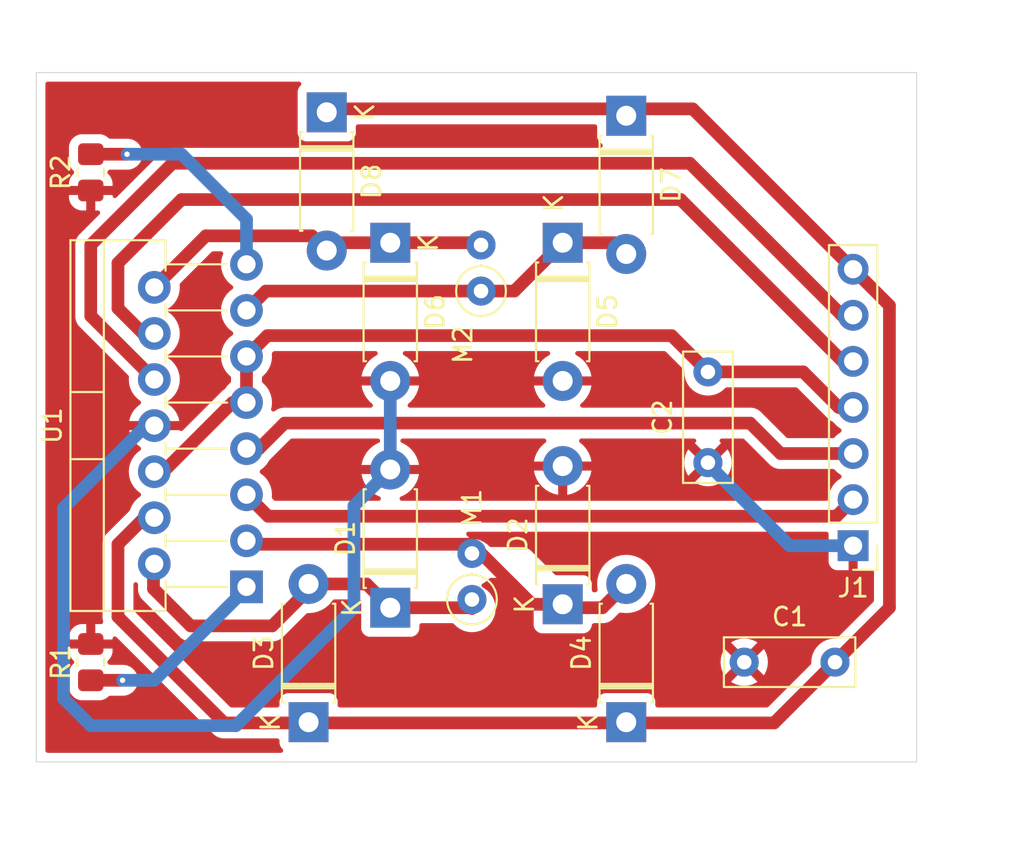
<source format=kicad_pcb>
(kicad_pcb (version 20240108) (generator "pcbnew") (generator_version "8.0")
  (layers (0 "F.Cu" signal) (31 "B.Cu" signal) (34 "B.Paste" user) (35 "F.Paste" user) (36 "B.SilkS" user "B.Silkscreen") (37 "F.SilkS" user "F.Silkscreen") (38 "B.Mask" user) (39 "F.Mask" user) (44 "Edge.Cuts" user))
  (net 0 "")
  (net 1 "GND")
  (net 2 "/Salida Regulador")
  (net 3 "+5V")
  (net 4 "Net-(D1-K)")
  (net 5 "Net-(D2-K)")
  (net 6 "Net-(D5-K)")
  (net 7 "Net-(D6-K)")
  (net 8 "Net-(U1-SENSE_A)")
  (net 9 "Net-(U1-SENSE_B)")
  (net 10 "/Entrada 1 Motor B")
  (net 11 "/Entrada 1 Motor A")
  (net 12 "/Entrada 2 Motor A")
  (net 13 "/Entrada 2 Motor B")
  (footprint "Diode_THT:D_DO-41_SOD81_P7.62mm_Horizontal" (layer "F.Cu") (at 84 49.38 -90)
    (property "Reference" "D7" (at 3.81 -2.47 90) (layer "F.SilkS"))
    (property "Value" "D")
    (fp_line (start 1.09 1.47) (end 6.53 1.47) (stroke (width 0.12)) (layer "F.SilkS"))
    (fp_line (start 6.53 1.47) (end 6.53 1.34) (stroke (width 0.12)) (layer "F.SilkS"))
    (fp_line (start 1.09 1.34) (end 1.09 1.47) (stroke (width 0.12)) (layer "F.SilkS"))
    (fp_line (start 1.09 -1.34) (end 1.09 -1.47) (stroke (width 0.12)) (layer "F.SilkS"))
    (fp_line (start 1.09 -1.47) (end 6.53 -1.47) (stroke (width 0.12)) (layer "F.SilkS"))
    (fp_line (start 1.87 -1.47) (end 1.87 1.47) (stroke (width 0.12)) (layer "F.SilkS"))
    (fp_line (start 1.99 -1.47) (end 1.99 1.47) (stroke (width 0.12)) (layer "F.SilkS"))
    (fp_line (start 2.11 -1.47) (end 2.11 1.47) (stroke (width 0.12)) (layer "F.SilkS"))
    (fp_line (start 6.53 -1.47) (end 6.53 -1.34) (stroke (width 0.12)) (layer "F.SilkS"))
    (pad "1" thru_hole rect (at 0 0 270) (size 2.2 2.2) (drill 1.1) (layers "*.Cu" "*.Mask") (net 2 "/Salida Regulador"))
    (pad "2" thru_hole oval (at 7.62 0 270) (size 2.2 2.2) (drill 1.1) (layers "*.Cu" "*.Mask") (net 6 "Net-(D5-K)"))
  )
  (footprint "Diode_THT:D_DO-41_SOD81_P7.62mm_Horizontal" (layer "F.Cu") (at 66.5 82.81 90)
    (property "Reference" "D3" (at 3.81 -2.47 90) (layer "F.SilkS"))
    (property "Value" "D")
    (fp_line (start 6.53 -1.47) (end 6.53 -1.34) (stroke (width 0.12)) (layer "F.SilkS"))
    (fp_line (start 2.11 -1.47) (end 2.11 1.47) (stroke (width 0.12)) (layer "F.SilkS"))
    (fp_line (start 1.99 -1.47) (end 1.99 1.47) (stroke (width 0.12)) (layer "F.SilkS"))
    (fp_line (start 1.87 -1.47) (end 1.87 1.47) (stroke (width 0.12)) (layer "F.SilkS"))
    (fp_line (start 1.09 -1.47) (end 6.53 -1.47) (stroke (width 0.12)) (layer "F.SilkS"))
    (fp_line (start 1.09 -1.34) (end 1.09 -1.47) (stroke (width 0.12)) (layer "F.SilkS"))
    (fp_line (start 1.09 1.34) (end 1.09 1.47) (stroke (width 0.12)) (layer "F.SilkS"))
    (fp_line (start 6.53 1.47) (end 6.53 1.34) (stroke (width 0.12)) (layer "F.SilkS"))
    (fp_line (start 1.09 1.47) (end 6.53 1.47) (stroke (width 0.12)) (layer "F.SilkS"))
    (fp_text user "K" (at 0 -2.1 90) (layer "F.SilkS"))
    (pad "1" thru_hole rect (at 0 0 90) (size 2.2 2.2) (drill 1.1) (layers "*.Cu" "*.Mask") (net 2 "/Salida Regulador"))
    (pad "2" thru_hole oval (at 7.62 0 90) (size 2.2 2.2) (drill 1.1) (layers "*.Cu" "*.Mask") (net 4 "Net-(D1-K)"))
  )
  (footprint "Package_TO_SOT_THT:TO-220-15_P2.54x2.54mm_StaggerOdd_Lead4.58mm_Vertical" (layer "F.Cu") (at 63.08 75.35 90)
    (property "Reference" "U1" (at 8.89 -10.7 90) (layer "F.SilkS"))
    (property "Value" "L298N")
    (fp_line (start 19.11 -9.7) (end 19.11 -4.459) (stroke (width 0.12)) (layer "F.SilkS"))
    (fp_line (start 10.74 -9.7) (end 10.74 -7.86) (stroke (width 0.12)) (layer "F.SilkS"))
    (fp_line (start 7.041 -9.7) (end 7.041 -7.86) (stroke (width 0.12)) (layer "F.SilkS"))
    (fp_line (start -1.33 -9.7) (end 19.11 -9.7) (stroke (width 0.12)) (layer "F.SilkS"))
    (fp_line (start -1.33 -9.7) (end -1.33 -4.459) (stroke (width 0.12)) (layer "F.SilkS"))
    (fp_line (start -1.33 -7.86) (end 19.11 -7.86) (stroke (width 0.12)) (layer "F.SilkS"))
    (fp_line (start 17.78 -4.459) (end 17.78 -1.065) (stroke (width 0.12)) (layer "F.SilkS"))
    (fp_line (start 17.435 -4.459) (end 19.11 -4.459) (stroke (width 0.12)) (layer "F.SilkS"))
    (fp_line (start 15.24 -4.459) (end 15.24 -1.065) (stroke (width 0.12)) (layer "F.SilkS"))
    (fp_line (start 14.895 -4.459) (end 15.586 -4.459) (stroke (width 0.12)) (layer "F.SilkS"))
    (fp_line (start 12.7 -4.459) (end 12.7 -1.065) (stroke (width 0.12)) (layer "F.SilkS"))
    (fp_line (start 12.355 -4.459) (end 13.046 -4.459) (stroke (width 0.12)) (layer "F.SilkS"))
    (fp_line (start 10.16 -4.459) (end 10.16 -1.065) (stroke (width 0.12)) (layer "F.SilkS"))
    (fp_line (start 9.815 -4.459) (end 10.506 -4.459) (stroke (width 0.12)) (layer "F.SilkS"))
    (fp_line (start 7.62 -4.459) (end 7.62 -1.065) (stroke (width 0.12)) (layer "F.SilkS"))
    (fp_line (start 7.275 -4.459) (end 7.966 -4.459) (stroke (width 0.12)) (layer "F.SilkS"))
    (fp_line (start 5.08 -4.459) (end 5.08 -1.065) (stroke (width 0.12)) (layer "F.SilkS"))
    (fp_line (start 4.735 -4.459) (end 5.426 -4.459) (stroke (width 0.12)) (layer "F.SilkS"))
    (fp_line (start 2.54 -4.459) (end 2.54 -1.065) (stroke (width 0.12)) (layer "F.SilkS"))
    (fp_line (start 2.195 -4.459) (end 2.886 -4.459) (stroke (width 0.12)) (layer "F.SilkS"))
    (fp_line (start 0 -4.459) (end 0 -1.05) (stroke (width 0.12)) (layer "F.SilkS"))
    (fp_line (start -1.33 -4.459) (end 0.346 -4.459) (stroke (width 0.12)) (layer "F.SilkS"))
    (pad "1" thru_hole rect (at 0 0 90) (size 1.8 1.8) (drill 1) (layers "*.Cu" "*.Mask") (net 8 "Net-(U1-SENSE_A)"))
    (pad "2" thru_hole oval (at 1.27 -5.08 90) (size 1.8 1.8) (drill 1) (layers "*.Cu" "*.Mask") (net 4 "Net-(D1-K)"))
    (pad "3" thru_hole oval (at 2.54 0 90) (size 1.8 1.8) (drill 1) (layers "*.Cu" "*.Mask") (net 5 "Net-(D2-K)"))
    (pad "4" thru_hole oval (at 3.81 -5.08 90) (size 1.8 1.8) (drill 1) (layers "*.Cu" "*.Mask") (net 2 "/Salida Regulador"))
    (pad "5" thru_hole oval (at 5.08 0 90) (size 1.8 1.8) (drill 1) (layers "*.Cu" "*.Mask") (net 11 "/Entrada 1 Motor A"))
    (pad "6" thru_hole oval (at 6.35 -5.08 90) (size 1.8 1.8) (drill 1) (layers "*.Cu" "*.Mask") (net 3 "+5V"))
    (pad "7" thru_hole oval (at 7.62 0 90) (size 1.8 1.8) (drill 1) (layers "*.Cu" "*.Mask") (net 12 "/Entrada 2 Motor A"))
    (pad "8" thru_hole oval (at 8.89 -5.08 90) (size 1.8 1.8) (drill 1) (layers "*.Cu" "*.Mask") (net 1 "GND"))
    (pad "9" thru_hole oval (at 10.16 0 90) (size 1.8 1.8) (drill 1) (layers "*.Cu" "*.Mask") (net 3 "+5V"))
    (pad "10" thru_hole oval (at 11.43 -5.08 90) (size 1.8 1.8) (drill 1) (layers "*.Cu" "*.Mask") (net 10 "/Entrada 1 Motor B"))
    (pad "11" thru_hole oval (at 12.7 0 90) (size 1.8 1.8) (drill 1) (layers "*.Cu" "*.Mask") (net 3 "+5V"))
    (pad "12" thru_hole oval (at 13.97 -5.08 90) (size 1.8 1.8) (drill 1) (layers "*.Cu" "*.Mask") (net 13 "/Entrada 2 Motor B"))
    (pad "13" thru_hole oval (at 15.24 0 90) (size 1.8 1.8) (drill 1) (layers "*.Cu" "*.Mask") (net 6 "Net-(D5-K)"))
    (pad "14" thru_hole oval (at 16.51 -5.08 90) (size 1.8 1.8) (drill 1) (layers "*.Cu" "*.Mask") (net 7 "Net-(D6-K)"))
    (pad "15" thru_hole oval (at 17.78 0 90) (size 1.8 1.8) (drill 1) (layers "*.Cu" "*.Mask") (net 9 "Net-(U1-SENSE_B)"))
  )
  (footprint "Resistor_SMD:R_0805_2012Metric_Pad1.20x1.40mm_HandSolder" (layer "F.Cu") (at 54.5 52.5 90)
    (property "Reference" "R2" (at 0 -1.65 90) (layer "F.SilkS"))
    (property "Value" "R_US")
    (fp_line (start -0.227064 -0.735) (end 0.227064 -0.735) (stroke (width 0.12)) (layer "F.SilkS"))
    (fp_line (start -0.227064 0.735) (end 0.227064 0.735) (stroke (width 0.12)) (layer "F.SilkS"))
    (pad "1" smd roundrect (at -1 0 90) (size 1.2 1.4) (layers "F.Cu" "F.Paste" "F.Mask") (roundrect_rratio 0.208333) (net 1 "GND"))
    (pad "2" smd roundrect (at 1 0 90) (size 1.2 1.4) (layers "F.Cu" "F.Paste" "F.Mask") (roundrect_rratio 0.208333) (net 9 "Net-(U1-SENSE_B)"))
  )
  (footprint "Diode_THT:D_DO-41_SOD81_P7.62mm_Horizontal" (layer "F.Cu") (at 84 82.81 90)
    (property "Reference" "D4" (at 3.81 -2.47 90) (layer "F.SilkS"))
    (property "Value" "D")
    (fp_line (start 6.53 -1.47) (end 6.53 -1.34) (stroke (width 0.12)) (layer "F.SilkS"))
    (fp_line (start 2.11 -1.47) (end 2.11 1.47) (stroke (width 0.12)) (layer "F.SilkS"))
    (fp_line (start 1.99 -1.47) (end 1.99 1.47) (stroke (width 0.12)) (layer "F.SilkS"))
    (fp_line (start 1.87 -1.47) (end 1.87 1.47) (stroke (width 0.12)) (layer "F.SilkS"))
    (fp_line (start 1.09 -1.47) (end 6.53 -1.47) (stroke (width 0.12)) (layer "F.SilkS"))
    (fp_line (start 1.09 -1.34) (end 1.09 -1.47) (stroke (width 0.12)) (layer "F.SilkS"))
    (fp_line (start 1.09 1.34) (end 1.09 1.47) (stroke (width 0.12)) (layer "F.SilkS"))
    (fp_line (start 6.53 1.47) (end 6.53 1.34) (stroke (width 0.12)) (layer "F.SilkS"))
    (fp_line (start 1.09 1.47) (end 6.53 1.47) (stroke (width 0.12)) (layer "F.SilkS"))
    (fp_text user "K" (at 0 -2.1 90) (layer "F.SilkS"))
    (pad "1" thru_hole rect (at 0 0 90) (size 2.2 2.2) (drill 1.1) (layers "*.Cu" "*.Mask") (net 2 "/Salida Regulador"))
    (pad "2" thru_hole oval (at 7.62 0 90) (size 2.2 2.2) (drill 1.1) (layers "*.Cu" "*.Mask") (net 5 "Net-(D2-K)"))
  )
  (footprint "Capacitor_THT:C_Disc_D7.0mm_W2.5mm_P5.00mm" (layer "F.Cu") (at 90.5 79.5)
    (property "Reference" "C1" (at 2.5 -2.5 360) (layer "F.SilkS"))
    (property "Value" "100nF")
    (fp_line (start -1.12 -1.37) (end -1.12 1.37) (stroke (width 0.12)) (layer "F.SilkS"))
    (fp_line (start -1.12 -1.37) (end 6.12 -1.37) (stroke (width 0.12)) (layer "F.SilkS"))
    (fp_line (start -1.12 1.37) (end 6.12 1.37) (stroke (width 0.12)) (layer "F.SilkS"))
    (fp_line (start 6.12 -1.37) (end 6.12 1.37) (stroke (width 0.12)) (layer "F.SilkS"))
    (pad "1" thru_hole circle (at 0 0) (size 1.6 1.6) (drill 0.8) (layers "*.Cu" "*.Mask") (net 1 "GND"))
    (pad "2" thru_hole circle (at 5 0) (size 1.6 1.6) (drill 0.8) (layers "*.Cu" "*.Mask") (net 2 "/Salida Regulador"))
  )
  (footprint "Resistor_THT:R_Axial_DIN0207_L6.3mm_D2.5mm_P2.54mm_Vertical" (layer "F.Cu") (at 75.5 76.045 90)
    (property "Reference" "M1" (at 5.045 0 90) (layer "F.SilkS"))
    (property "Value" "Motor_IZQ")
    (fp_line (start 1.37 0) (end 1.44 0) (stroke (width 0.12)) (layer "F.SilkS"))
    (fp_circle (center 0 0) (end 1.37 0) (stroke (width 0.12)) (fill none) (layer "F.SilkS"))
    (pad "1" thru_hole circle (at 0 0 90) (size 1.6 1.6) (drill 0.8) (layers "*.Cu" "*.Mask") (net 4 "Net-(D1-K)"))
    (pad "2" thru_hole oval (at 2.54 0 90) (size 1.6 1.6) (drill 0.8) (layers "*.Cu" "*.Mask") (net 5 "Net-(D2-K)"))
  )
  (footprint "Diode_THT:D_DO-41_SOD81_P7.62mm_Horizontal" (layer "F.Cu") (at 80.5 56.38 -90)
    (property "Reference" "D5" (at 3.81 -2.47 90) (layer "F.SilkS"))
    (property "Value" "D")
    (fp_line (start 1.09 1.47) (end 6.53 1.47) (stroke (width 0.12)) (layer "F.SilkS"))
    (fp_line (start 6.53 1.47) (end 6.53 1.34) (stroke (width 0.12)) (layer "F.SilkS"))
    (fp_line (start 1.09 1.34) (end 1.09 1.47) (stroke (width 0.12)) (layer "F.SilkS"))
    (fp_line (start 1.09 -1.34) (end 1.09 -1.47) (stroke (width 0.12)) (layer "F.SilkS"))
    (fp_line (start 1.09 -1.47) (end 6.53 -1.47) (stroke (width 0.12)) (layer "F.SilkS"))
    (fp_line (start 1.87 -1.47) (end 1.87 1.47) (stroke (width 0.12)) (layer "F.SilkS"))
    (fp_line (start 1.99 -1.47) (end 1.99 1.47) (stroke (width 0.12)) (layer "F.SilkS"))
    (fp_line (start 2.11 -1.47) (end 2.11 1.47) (stroke (width 0.12)) (layer "F.SilkS"))
    (fp_line (start 6.53 -1.47) (end 6.53 -1.34) (stroke (width 0.12)) (layer "F.SilkS"))
    (fp_text user "K" (at -2.19 0.5 90) (layer "F.SilkS"))
    (pad "1" thru_hole rect (at 0 0 270) (size 2.2 2.2) (drill 1.1) (layers "*.Cu" "*.Mask") (net 6 "Net-(D5-K)"))
    (pad "2" thru_hole oval (at 7.62 0 270) (size 2.2 2.2) (drill 1.1) (layers "*.Cu" "*.Mask") (net 1 "GND"))
  )
  (footprint "Resistor_SMD:R_0805_2012Metric_Pad1.20x1.40mm_HandSolder" (layer "F.Cu") (at 54.5 79.5 90)
    (property "Reference" "R1" (at 0 -1.65 90) (layer "F.SilkS"))
    (property "Value" "R_US")
    (fp_line (start -0.227064 -0.735) (end 0.227064 -0.735) (stroke (width 0.12)) (layer "F.SilkS"))
    (fp_line (start -0.227064 0.735) (end 0.227064 0.735) (stroke (width 0.12)) (layer "F.SilkS"))
    (pad "1" smd roundrect (at -1 0 90) (size 1.2 1.4) (layers "F.Cu" "F.Paste" "F.Mask") (roundrect_rratio 0.208333) (net 8 "Net-(U1-SENSE_A)"))
    (pad "2" smd roundrect (at 1 0 90) (size 1.2 1.4) (layers "F.Cu" "F.Paste" "F.Mask") (roundrect_rratio 0.208333) (net 1 "GND"))
  )
  (footprint "Capacitor_THT:C_Disc_D7.0mm_W2.5mm_P5.00mm" (layer "F.Cu") (at 88.5 68.5 90)
    (property "Reference" "C2" (at 2.5 -2.5 90) (layer "F.SilkS"))
    (property "Value" "100nF")
    (fp_line (start 6.12 -1.37) (end 6.12 1.37) (stroke (width 0.12)) (layer "F.SilkS"))
    (fp_line (start -1.12 -1.37) (end 6.12 -1.37) (stroke (width 0.12)) (layer "F.SilkS"))
    (fp_line (start -1.12 -1.37) (end -1.12 1.37) (stroke (width 0.12)) (layer "F.SilkS"))
    (fp_line (start -1.12 1.37) (end 6.12 1.37) (stroke (width 0.12)) (layer "F.SilkS"))
    (pad "1" thru_hole circle (at 0 0 90) (size 1.6 1.6) (drill 0.8) (layers "*.Cu" "*.Mask") (net 1 "GND"))
    (pad "2" thru_hole circle (at 5 0 90) (size 1.6 1.6) (drill 0.8) (layers "*.Cu" "*.Mask") (net 3 "+5V"))
  )
  (footprint "Resistor_THT:R_Axial_DIN0207_L6.3mm_D2.5mm_P2.54mm_Vertical" (layer "F.Cu") (at 76 59.045 90)
    (property "Reference" "M2" (at -2.955 -1 90) (layer "F.SilkS"))
    (property "Value" "Motor_DER")
    (fp_line (start 1.37 0) (end 1.44 0) (stroke (width 0.12)) (layer "F.SilkS"))
    (fp_circle (center 0 0) (end 1.37 0) (stroke (width 0.12)) (fill none) (layer "F.SilkS"))
    (pad "1" thru_hole circle (at 0 0 90) (size 1.6 1.6) (drill 0.8) (layers "*.Cu" "*.Mask") (net 6 "Net-(D5-K)"))
    (pad "2" thru_hole oval (at 2.54 0 90) (size 1.6 1.6) (drill 0.8) (layers "*.Cu" "*.Mask") (net 7 "Net-(D6-K)"))
  )
  (footprint "Diode_THT:D_DO-41_SOD81_P7.62mm_Horizontal" (layer "F.Cu") (at 71 56.38 -90)
    (property "Reference" "D6" (at 3.81 -2.47 90) (layer "F.SilkS"))
    (property "Value" "D")
    (fp_line (start 1.09 1.47) (end 6.53 1.47) (stroke (width 0.12)) (layer "F.SilkS"))
    (fp_line (start 6.53 1.47) (end 6.53 1.34) (stroke (width 0.12)) (layer "F.SilkS"))
    (fp_line (start 1.09 1.34) (end 1.09 1.47) (stroke (width 0.12)) (layer "F.SilkS"))
    (fp_line (start 1.09 -1.34) (end 1.09 -1.47) (stroke (width 0.12)) (layer "F.SilkS"))
    (fp_line (start 1.09 -1.47) (end 6.53 -1.47) (stroke (width 0.12)) (layer "F.SilkS"))
    (fp_line (start 1.87 -1.47) (end 1.87 1.47) (stroke (width 0.12)) (layer "F.SilkS"))
    (fp_line (start 1.99 -1.47) (end 1.99 1.47) (stroke (width 0.12)) (layer "F.SilkS"))
    (fp_line (start 2.11 -1.47) (end 2.11 1.47) (stroke (width 0.12)) (layer "F.SilkS"))
    (fp_line (start 6.53 -1.47) (end 6.53 -1.34) (stroke (width 0.12)) (layer "F.SilkS"))
    (fp_text user "K" (at 0 -2.1 90) (layer "F.SilkS"))
    (pad "1" thru_hole rect (at 0 0 270) (size 2.2 2.2) (drill 1.1) (layers "*.Cu" "*.Mask") (net 7 "Net-(D6-K)"))
    (pad "2" thru_hole oval (at 7.62 0 270) (size 2.2 2.2) (drill 1.1) (layers "*.Cu" "*.Mask") (net 1 "GND"))
  )
  (footprint "Connector_PinHeader_2.54mm:PinHeader_1x07_P2.54mm_Vertical" (layer "F.Cu") (at 96.5 73.08 180)
    (property "Reference" "J1" (at 0 -2.33 360) (layer "F.SilkS"))
    (property "Value" "Conn_01x07_Pin" (hide yes))
    (fp_line (start 1.33 1.27) (end 1.33 16.57) (stroke (width 0.12)) (layer "F.SilkS"))
    (fp_line (start -1.33 16.57) (end 1.33 16.57) (stroke (width 0.12)) (layer "F.SilkS"))
    (fp_line (start -1.33 1.27) (end 1.33 1.27) (stroke (width 0.12)) (layer "F.SilkS"))
    (fp_line (start -1.33 1.27) (end -1.33 16.57) (stroke (width 0.12)) (layer "F.SilkS"))
    (fp_line (start -1.33 0) (end -1.33 -1.33) (stroke (width 0.12)) (layer "F.SilkS"))
    (fp_line (start -1.33 -1.33) (end 0 -1.33) (stroke (width 0.12)) (layer "F.SilkS"))
    (pad "1" thru_hole rect (at 0 0 180) (size 1.7 1.7) (drill 1) (layers "*.Cu" "*.Mask") (net 1 "GND"))
    (pad "2" thru_hole oval (at 0 2.54 180) (size 1.7 1.7) (drill 1) (layers "*.Cu" "*.Mask") (net 11 "/Entrada 1 Motor A"))
    (pad "3" thru_hole oval (at 0 5.08 180) (size 1.7 1.7) (drill 1) (layers "*.Cu" "*.Mask") (net 12 "/Entrada 2 Motor A"))
    (pad "4" thru_hole oval (at 0 7.62 180) (size 1.7 1.7) (drill 1) (layers "*.Cu" "*.Mask") (net 3 "+5V"))
    (pad "5" thru_hole oval (at 0 10.16 180) (size 1.7 1.7) (drill 1) (layers "*.Cu" "*.Mask") (net 13 "/Entrada 2 Motor B"))
    (pad "6" thru_hole oval (at 0 12.7 180) (size 1.7 1.7) (drill 1) (layers "*.Cu" "*.Mask") (net 10 "/Entrada 1 Motor B"))
    (pad "7" thru_hole oval (at 0 15.24 180) (size 1.7 1.7) (drill 1) (layers "*.Cu" "*.Mask") (net 2 "/Salida Regulador"))
  )
  (footprint "Diode_THT:D_DO-41_SOD81_P7.62mm_Horizontal" (layer "F.Cu") (at 80.5 76.31 90)
    (property "Reference" "D2" (at 3.81 -2.47 90) (layer "F.SilkS"))
    (property "Value" "D")
    (fp_line (start 6.53 -1.47) (end 6.53 -1.34) (stroke (width 0.12)) (layer "F.SilkS"))
    (fp_line (start 2.11 -1.47) (end 2.11 1.47) (stroke (width 0.12)) (layer "F.SilkS"))
    (fp_line (start 1.99 -1.47) (end 1.99 1.47) (stroke (width 0.12)) (layer "F.SilkS"))
    (fp_line (start 1.87 -1.47) (end 1.87 1.47) (stroke (width 0.12)) (layer "F.SilkS"))
    (fp_line (start 1.09 -1.47) (end 6.53 -1.47) (stroke (width 0.12)) (layer "F.SilkS"))
    (fp_line (start 1.09 -1.34) (end 1.09 -1.47) (stroke (width 0.12)) (layer "F.SilkS"))
    (fp_line (start 1.09 1.34) (end 1.09 1.47) (stroke (width 0.12)) (layer "F.SilkS"))
    (fp_line (start 6.53 1.47) (end 6.53 1.34) (stroke (width 0.12)) (layer "F.SilkS"))
    (fp_line (start 1.09 1.47) (end 6.53 1.47) (stroke (width 0.12)) (layer "F.SilkS"))
    (fp_text user "K" (at 0 -2.1 90) (layer "F.SilkS"))
    (pad "1" thru_hole rect (at 0 0 90) (size 2.2 2.2) (drill 1.1) (layers "*.Cu" "*.Mask") (net 5 "Net-(D2-K)"))
    (pad "2" thru_hole oval (at 7.62 0 90) (size 2.2 2.2) (drill 1.1) (layers "*.Cu" "*.Mask") (net 1 "GND"))
  )
  (footprint "Diode_THT:D_DO-41_SOD81_P7.62mm_Horizontal" (layer "F.Cu") (at 67.5 49.19 -90)
    (property "Reference" "D8" (at 3.81 -2.47 90) (layer "F.SilkS"))
    (property "Value" "D")
    (fp_line (start 1.09 1.47) (end 6.53 1.47) (stroke (width 0.12)) (layer "F.SilkS"))
    (fp_line (start 6.53 1.47) (end 6.53 1.34) (stroke (width 0.12)) (layer "F.SilkS"))
    (fp_line (start 1.09 1.34) (end 1.09 1.47) (stroke (width 0.12)) (layer "F.SilkS"))
    (fp_line (start 1.09 -1.34) (end 1.09 -1.47) (stroke (width 0.12)) (layer "F.SilkS"))
    (fp_line (start 1.09 -1.47) (end 6.53 -1.47) (stroke (width 0.12)) (layer "F.SilkS"))
    (fp_line (start 1.87 -1.47) (end 1.87 1.47) (stroke (width 0.12)) (layer "F.SilkS"))
    (fp_line (start 1.99 -1.47) (end 1.99 1.47) (stroke (width 0.12)) (layer "F.SilkS"))
    (fp_line (start 2.11 -1.47) (end 2.11 1.47) (stroke (width 0.12)) (layer "F.SilkS"))
    (fp_line (start 6.53 -1.47) (end 6.53 -1.34) (stroke (width 0.12)) (layer "F.SilkS"))
    (fp_text user "K" (at 0 -2.1 90) (layer "F.SilkS"))
    (pad "1" thru_hole rect (at 0 0 270) (size 2.2 2.2) (drill 1.1) (layers "*.Cu" "*.Mask") (net 2 "/Salida Regulador"))
    (pad "2" thru_hole oval (at 7.62 0 270) (size 2.2 2.2) (drill 1.1) (layers "*.Cu" "*.Mask") (net 7 "Net-(D6-K)"))
  )
  (footprint "Diode_THT:D_DO-41_SOD81_P7.62mm_Horizontal" (layer "F.Cu") (at 71 76.5 90)
    (property "Reference" "D1" (at 3.81 -2.47 90) (layer "F.SilkS"))
    (property "Value" "D")
    (fp_line (start 6.53 -1.47) (end 6.53 -1.34) (stroke (width 0.12)) (layer "F.SilkS"))
    (fp_line (start 2.11 -1.47) (end 2.11 1.47) (stroke (width 0.12)) (layer "F.SilkS"))
    (fp_line (start 1.99 -1.47) (end 1.99 1.47) (stroke (width 0.12)) (layer "F.SilkS"))
    (fp_line (start 1.87 -1.47) (end 1.87 1.47) (stroke (width 0.12)) (layer "F.SilkS"))
    (fp_line (start 1.09 -1.47) (end 6.53 -1.47) (stroke (width 0.12)) (layer "F.SilkS"))
    (fp_line (start 1.09 -1.34) (end 1.09 -1.47) (stroke (width 0.12)) (layer "F.SilkS"))
    (fp_line (start 1.09 1.34) (end 1.09 1.47) (stroke (width 0.12)) (layer "F.SilkS"))
    (fp_line (start 6.53 1.47) (end 6.53 1.34) (stroke (width 0.12)) (layer "F.SilkS"))
    (fp_line (start 1.09 1.47) (end 6.53 1.47) (stroke (width 0.12)) (layer "F.SilkS"))
    (fp_text user "K" (at 0 -2.1 90) (layer "F.SilkS"))
    (pad "1" thru_hole rect (at 0 0 90) (size 2.2 2.2) (drill 1.1) (layers "*.Cu" "*.Mask") (net 4 "Net-(D1-K)"))
    (pad "2" thru_hole oval (at 7.62 0 90) (size 2.2 2.2) (drill 1.1) (layers "*.Cu" "*.Mask") (net 1 "GND"))
  )
  (gr_rect (start 51.5 47) (end 100 85) (stroke (width 0.05)) (fill none) (layer "Edge.Cuts"))
  (segment (start 57.54 66.46) (end 58 66.46) (width 0.7) (layer "B.Cu") (net 1))
  (segment (start 93 73.08) (end 88.5 68.58) (width 0.7) (layer "B.Cu") (net 1))
  (segment (start 88.5 68.58) (end 88.5 68.5) (width 0.7) (layer "B.Cu") (net 1))
  (segment (start 62.5 83) (end 54.5 83) (width 0.7) (layer "B.Cu") (net 1))
  (segment (start 71 64) (end 71 68.88) (width 0.7) (layer "B.Cu") (net 1))
  (segment (start 71 68.88) (end 69 70.88) (width 0.7) (layer "B.Cu") (net 1))
  (segment (start 69 70.88) (end 69 76.5) (width 0.7) (layer "B.Cu") (net 1))
  (segment (start 53 71) (end 57.54 66.46) (width 0.7) (layer "B.Cu") (net 1))
  (segment (start 96.5 73.08) (end 93 73.08) (width 0.7) (layer "B.Cu") (net 1))
  (segment (start 53 81.5) (end 53 71) (width 0.7) (layer "B.Cu") (net 1))
  (segment (start 69 76.5) (end 62.5 83) (width 0.7) (layer "B.Cu") (net 1))
  (segment (start 54.5 83) (end 53 81.5) (width 0.7) (layer "B.Cu") (net 1))
  (segment (start 92.15 82.85) (end 98.5 76.5) (width 0.7) (layer "F.Cu") (net 2))
  (segment (start 57.46 71.54) (end 56 73) (width 0.7) (layer "F.Cu") (net 2))
  (segment (start 56 73) (end 56 77) (width 0.7) (layer "F.Cu") (net 2))
  (segment (start 87.66 49) (end 67.88 49) (width 0.7) (layer "F.Cu") (net 2))
  (segment (start 98.5 76.5) (end 98.5 59.84) (width 0.7) (layer "F.Cu") (net 2))
  (segment (start 56 77) (end 61.85 82.85) (width 0.7) (layer "F.Cu") (net 2))
  (segment (start 58 71.54) (end 57.46 71.54) (width 0.7) (layer "F.Cu") (net 2))
  (segment (start 61.85 82.85) (end 92.15 82.85) (width 0.7) (layer "F.Cu") (net 2))
  (segment (start 67.88 49) (end 67.5 49.38) (width 0.7) (layer "F.Cu") (net 2))
  (segment (start 98.5 59.84) (end 87.66 49) (width 0.7) (layer "F.Cu") (net 2))
  (segment (start 62.31 65.19) (end 63.08 65.19) (width 0.7) (layer "F.Cu") (net 3))
  (segment (start 88.5 63.5) (end 93.75 63.5) (width 0.7) (layer "F.Cu") (net 3))
  (segment (start 95.71 65.46) (end 96.5 65.46) (width 0.7) (layer "F.Cu") (net 3))
  (segment (start 64.23 61.5) (end 86.5 61.5) (width 0.7) (layer "F.Cu") (net 3))
  (segment (start 93.75 63.5) (end 95.71 65.46) (width 0.7) (layer "F.Cu") (net 3))
  (segment (start 63.08 62.65) (end 64.23 61.5) (width 0.7) (layer "F.Cu") (net 3))
  (segment (start 63.08 65.19) (end 63.08 62.65) (width 0.7) (layer "F.Cu") (net 3))
  (segment (start 86.5 61.5) (end 88.5 63.5) (width 0.7) (layer "F.Cu") (net 3))
  (segment (start 58.5 69) (end 62.31 65.19) (width 0.7) (layer "F.Cu") (net 3))
  (segment (start 58 69) (end 58.5 69) (width 0.7) (layer "F.Cu") (net 3))
  (segment (start 66.5 75.5) (end 66.5 75.19) (width 0.7) (layer "F.Cu") (net 4))
  (segment (start 64.5 77.5) (end 66.5 75.5) (width 0.7) (layer "F.Cu") (net 4))
  (segment (start 66.5 75.19) (end 69.69 75.19) (width 0.7) (layer "F.Cu") (net 4))
  (segment (start 60 77.5) (end 64.5 77.5) (width 0.7) (layer "F.Cu") (net 4))
  (segment (start 75.455 76.5) (end 75.5 76.545) (width 0.7) (layer "F.Cu") (net 4))
  (segment (start 57.955 74.125) (end 57.955 75.455) (width 0.7) (layer "F.Cu") (net 4))
  (segment (start 69.69 75.19) (end 71 76.5) (width 0.7) (layer "F.Cu") (net 4))
  (segment (start 57.955 75.455) (end 60 77.5) (width 0.7) (layer "F.Cu") (net 4))
  (segment (start 58 74.08) (end 57.955 74.125) (width 0.7) (layer "F.Cu") (net 4))
  (segment (start 71 76.5) (end 75.455 76.5) (width 0.7) (layer "F.Cu") (net 4))
  (segment (start 75.5 73.505) (end 76.005 73.505) (width 0.7) (layer "F.Cu") (net 5))
  (segment (start 63.08 72.81) (end 63.27 73) (width 0.7) (layer "F.Cu") (net 5))
  (segment (start 62.72 72.81) (end 63.08 72.81) (width 0.7) (layer "F.Cu") (net 5))
  (segment (start 75.5 73) (end 78.81 76.31) (width 0.7) (layer "F.Cu") (net 5))
  (segment (start 82.69 76.5) (end 84 75.19) (width 0.7) (layer "F.Cu") (net 5))
  (segment (start 78.81 76.31) (end 80.5 76.31) (width 0.7) (layer "F.Cu") (net 5))
  (segment (start 80.5 76.31) (end 80.69 76.5) (width 0.7) (layer "F.Cu") (net 5))
  (segment (start 84 75.19) (end 84 75.31) (width 0.7) (layer "F.Cu") (net 5))
  (segment (start 80.69 76.5) (end 82.69 76.5) (width 0.7) (layer "F.Cu") (net 5))
  (segment (start 63.27 73) (end 75.5 73) (width 0.7) (layer "F.Cu") (net 5))
  (segment (start 77.835 59.045) (end 80.5 56.38) (width 0.7) (layer "F.Cu") (net 6))
  (segment (start 64.145 59.045) (end 77.835 59.045) (width 0.7) (layer "F.Cu") (net 6))
  (segment (start 63.08 60.11) (end 64.145 59.045) (width 0.7) (layer "F.Cu") (net 6))
  (segment (start 83.38 56.38) (end 84 57) (width 0.7) (layer "F.Cu") (net 6))
  (segment (start 80.5 56.38) (end 83.38 56.38) (width 0.7) (layer "F.Cu") (net 6))
  (segment (start 60.84 56) (end 66.69 56) (width 0.7) (layer "F.Cu") (net 7))
  (segment (start 75.875 56.38) (end 76 56.505) (width 0.7) (layer "F.Cu") (net 7))
  (segment (start 67.07 56.38) (end 75.875 56.38) (width 0.7) (layer "F.Cu") (net 7))
  (segment (start 66.69 56) (end 67.07 56.38) (width 0.7) (layer "F.Cu") (net 7))
  (segment (start 58 58.84) (end 60.84 56) (width 0.7) (layer "F.Cu") (net 7))
  (segment (start 56.25 80.5) (end 54.75 80.5) (width 0.7) (layer "F.Cu") (net 8))
  (via (at 56.25 80.5) (size 0.6) (drill 0.3) (layers "F.Cu" "B.Cu") (net 8))
  (segment (start 58 80.5) (end 63.08 75.42) (width 0.7) (layer "B.Cu") (net 8))
  (segment (start 56.25 80.5) (end 58 80.5) (width 0.7) (layer "B.Cu") (net 8))
  (segment (start 63.08 75.42) (end 63.08 75.35) (width 0.7) (layer "B.Cu") (net 8))
  (segment (start 56.5 51.5) (end 54.5 51.5) (width 0.7) (layer "F.Cu") (net 9))
  (via (at 56.5 51.5) (size 0.6) (drill 0.3) (layers "F.Cu" "B.Cu") (net 9))
  (segment (start 56.5 51.5) (end 59.5 51.5) (width 0.7) (layer "B.Cu") (net 9))
  (segment (start 63.08 55.08) (end 63.08 57.57) (width 0.7) (layer "B.Cu") (net 9))
  (segment (start 59.5 51.5) (end 63.08 55.08) (width 0.7) (layer "B.Cu") (net 9))
  (segment (start 59 52) (end 54.5 56.5) (width 0.7) (layer "F.Cu") (net 10))
  (segment (start 96.5 60.38) (end 95.88 60.38) (width 0.7) (layer "F.Cu") (net 10))
  (segment (start 95.88 60.38) (end 87.5 52) (width 0.7) (layer "F.Cu") (net 10))
  (segment (start 54.5 56.5) (end 54.5 60.42) (width 0.7) (layer "F.Cu") (net 10))
  (segment (start 54.5 60.42) (end 58 63.92) (width 0.7) (layer "F.Cu") (net 10))
  (segment (start 87.5 52) (end 59 52) (width 0.7) (layer "F.Cu") (net 10))
  (segment (start 95.583163 71.456837) (end 96.5 70.54) (width 0.7) (layer "F.Cu") (net 11))
  (segment (start 64.266837 71.456837) (end 95.583163 71.456837) (width 0.7) (layer "F.Cu") (net 11))
  (segment (start 63.08 70.27) (end 64.266837 71.456837) (width 0.7) (layer "F.Cu") (net 11))
  (segment (start 63.77 67.73) (end 63.08 67.73) (width 0.7) (layer "F.Cu") (net 12))
  (segment (start 92.5 68) (end 90.821538 66.321538) (width 0.7) (layer "F.Cu") (net 12))
  (segment (start 65.178462 66.321538) (end 63.77 67.73) (width 0.7) (layer "F.Cu") (net 12))
  (segment (start 90.821538 66.321538) (end 65.178462 66.321538) (width 0.7) (layer "F.Cu") (net 12))
  (segment (start 96.5 68) (end 92.5 68) (width 0.7) (layer "F.Cu") (net 12))
  (segment (start 96.5 62.92) (end 95.92 62.92) (width 0.7) (layer "F.Cu") (net 13))
  (segment (start 87 54) (end 59.5 54) (width 0.7) (layer "F.Cu") (net 13))
  (segment (start 57.38 61.38) (end 58 61.38) (width 0.7) (layer "F.Cu") (net 13))
  (segment (start 59.5 54) (end 56 57.5) (width 0.7) (layer "F.Cu") (net 13))
  (segment (start 56 60) (end 57.38 61.38) (width 0.7) (layer "F.Cu") (net 13))
  (segment (start 95.92 62.92) (end 87 54) (width 0.7) (layer "F.Cu") (net 13))
  (segment (start 56 57.5) (end 56 60) (width 0.7) (layer "F.Cu") (net 13))
  (zone (net 1) (net_name "GND") (layer "F.Cu") (connect_pads (clearance 0.5)) (min_thickness 0.25) (fill yes (thermal_gap 0.5) (thermal_bridge_width 0.5))
    (polygon (pts (xy 49.5 42.999346) (xy 103 42.999346) (xy 103 89.499346) (xy 49.5 89.499346)))
  )
)
</source>
